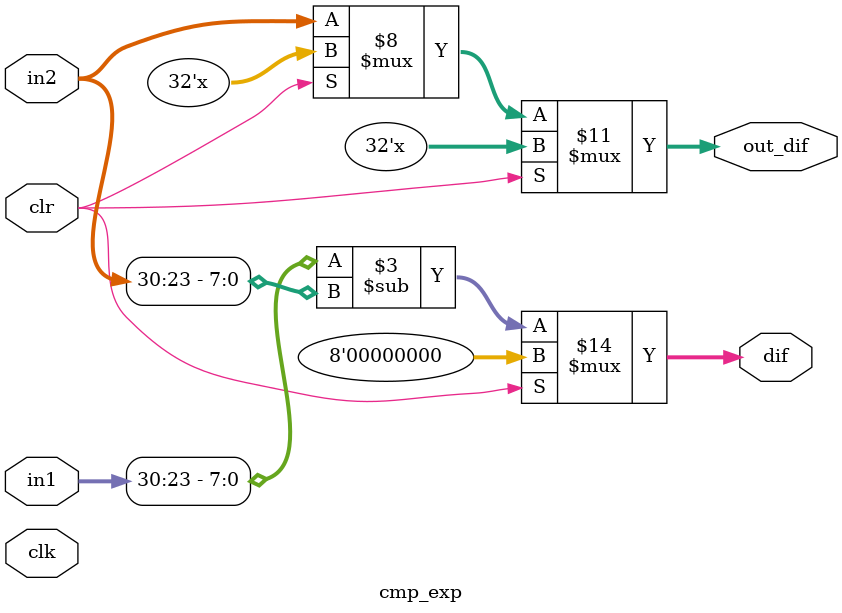
<source format=v>
`timescale 1ns / 1ps
module cmp_exp(
		input clk,
		input clr,
		input [31:0] in1,
		input [31:0] in2,
		output reg [7:0] dif,
		output reg [31:0] out_dif
    );
	
	always @(in1, in2)
	begin
		if(clr == 0)
		begin
			dif = { in1[30:23] - in2[30:23] };
			if(dif[7] == 1'b0)
				out_dif = { 1'b1, dif[7:0], in1[31], in1[22:0], in2[31], in2[31:0] };
			else
				out_dif = { 1'b0, dif[7:0], in1[31], in1[22:0], in2[31], in2[31:0] };
		end
		else
			dif[7:0] = { 7'b0 };
	end

endmodule

</source>
